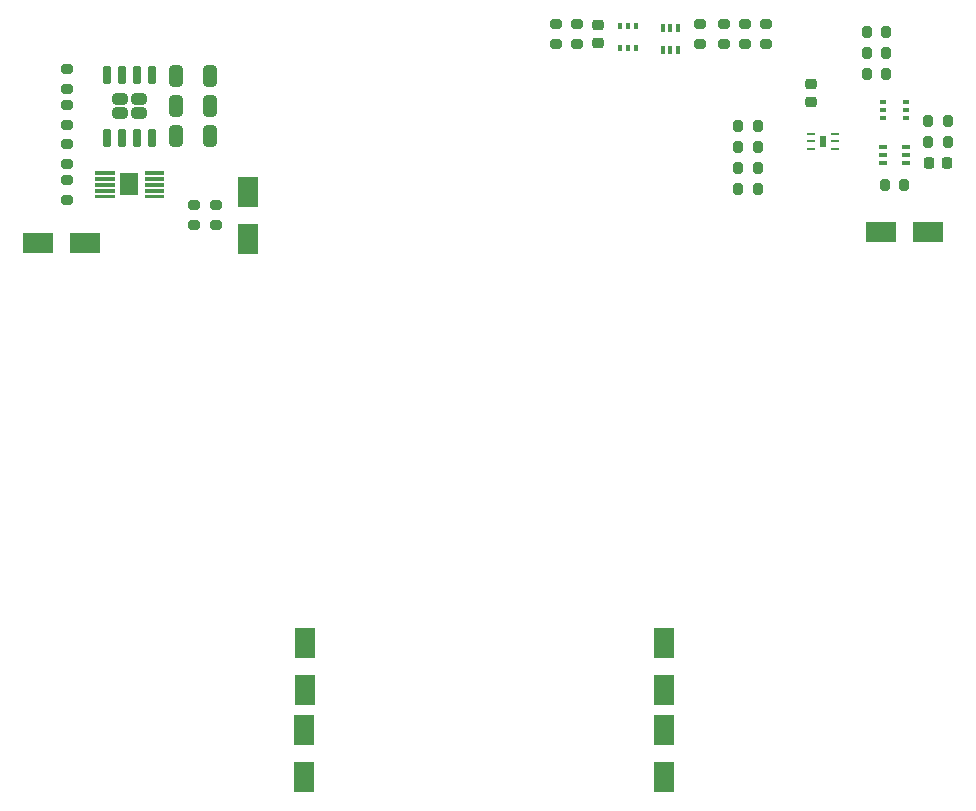
<source format=gbr>
%TF.GenerationSoftware,KiCad,Pcbnew,(6.0.5)*%
%TF.CreationDate,2022-08-19T15:51:03-07:00*%
%TF.ProjectId,X_Y_Panels,585f595f-5061-46e6-956c-732e6b696361,rev?*%
%TF.SameCoordinates,Original*%
%TF.FileFunction,Paste,Top*%
%TF.FilePolarity,Positive*%
%FSLAX46Y46*%
G04 Gerber Fmt 4.6, Leading zero omitted, Abs format (unit mm)*
G04 Created by KiCad (PCBNEW (6.0.5)) date 2022-08-19 15:51:03*
%MOMM*%
%LPD*%
G01*
G04 APERTURE LIST*
G04 Aperture macros list*
%AMRoundRect*
0 Rectangle with rounded corners*
0 $1 Rounding radius*
0 $2 $3 $4 $5 $6 $7 $8 $9 X,Y pos of 4 corners*
0 Add a 4 corners polygon primitive as box body*
4,1,4,$2,$3,$4,$5,$6,$7,$8,$9,$2,$3,0*
0 Add four circle primitives for the rounded corners*
1,1,$1+$1,$2,$3*
1,1,$1+$1,$4,$5*
1,1,$1+$1,$6,$7*
1,1,$1+$1,$8,$9*
0 Add four rect primitives between the rounded corners*
20,1,$1+$1,$2,$3,$4,$5,0*
20,1,$1+$1,$4,$5,$6,$7,0*
20,1,$1+$1,$6,$7,$8,$9,0*
20,1,$1+$1,$8,$9,$2,$3,0*%
G04 Aperture macros list end*
%ADD10C,0.010000*%
%ADD11RoundRect,0.200000X-0.200000X-0.275000X0.200000X-0.275000X0.200000X0.275000X-0.200000X0.275000X0*%
%ADD12RoundRect,0.200000X0.200000X0.275000X-0.200000X0.275000X-0.200000X-0.275000X0.200000X-0.275000X0*%
%ADD13RoundRect,0.200000X0.275000X-0.200000X0.275000X0.200000X-0.275000X0.200000X-0.275000X-0.200000X0*%
%ADD14RoundRect,0.225000X0.250000X-0.225000X0.250000X0.225000X-0.250000X0.225000X-0.250000X-0.225000X0*%
%ADD15R,0.740000X0.270000*%
%ADD16RoundRect,0.200000X-0.275000X0.200000X-0.275000X-0.200000X0.275000X-0.200000X0.275000X0.200000X0*%
%ADD17RoundRect,0.250000X0.325000X0.650000X-0.325000X0.650000X-0.325000X-0.650000X0.325000X-0.650000X0*%
%ADD18RoundRect,0.250000X-0.325000X-0.650000X0.325000X-0.650000X0.325000X0.650000X-0.325000X0.650000X0*%
%ADD19R,0.600000X0.400000*%
%ADD20RoundRect,0.242500X0.402500X-0.242500X0.402500X0.242500X-0.402500X0.242500X-0.402500X-0.242500X0*%
%ADD21RoundRect,0.150000X0.150000X-0.650000X0.150000X0.650000X-0.150000X0.650000X-0.150000X-0.650000X0*%
%ADD22R,2.500000X1.700000*%
%ADD23R,1.700000X2.500000*%
%ADD24RoundRect,0.225000X-0.225000X-0.250000X0.225000X-0.250000X0.225000X0.250000X-0.225000X0.250000X0*%
%ADD25R,1.570000X1.880000*%
%ADD26R,0.650000X0.400000*%
%ADD27R,0.400000X0.650000*%
%ADD28R,0.400000X0.600000*%
G04 APERTURE END LIST*
%TO.C,U3*%
G36*
X171074000Y-54794000D02*
G01*
X170654000Y-54794000D01*
X170654000Y-53934000D01*
X171074000Y-53934000D01*
X171074000Y-54794000D01*
G37*
D10*
X171074000Y-54794000D02*
X170654000Y-54794000D01*
X170654000Y-53934000D01*
X171074000Y-53934000D01*
X171074000Y-54794000D01*
%TO.C,U1*%
G36*
X110801000Y-58130000D02*
G01*
X109251000Y-58130000D01*
X109251000Y-57880000D01*
X110801000Y-57880000D01*
X110801000Y-58130000D01*
G37*
X110801000Y-58130000D02*
X109251000Y-58130000D01*
X109251000Y-57880000D01*
X110801000Y-57880000D01*
X110801000Y-58130000D01*
G36*
X115001000Y-57630000D02*
G01*
X113451000Y-57630000D01*
X113451000Y-57380000D01*
X115001000Y-57380000D01*
X115001000Y-57630000D01*
G37*
X115001000Y-57630000D02*
X113451000Y-57630000D01*
X113451000Y-57380000D01*
X115001000Y-57380000D01*
X115001000Y-57630000D01*
G36*
X115001000Y-57130000D02*
G01*
X113451000Y-57130000D01*
X113451000Y-56880000D01*
X115001000Y-56880000D01*
X115001000Y-57130000D01*
G37*
X115001000Y-57130000D02*
X113451000Y-57130000D01*
X113451000Y-56880000D01*
X115001000Y-56880000D01*
X115001000Y-57130000D01*
G36*
X110801000Y-58630000D02*
G01*
X109251000Y-58630000D01*
X109251000Y-58380000D01*
X110801000Y-58380000D01*
X110801000Y-58630000D01*
G37*
X110801000Y-58630000D02*
X109251000Y-58630000D01*
X109251000Y-58380000D01*
X110801000Y-58380000D01*
X110801000Y-58630000D01*
G36*
X115001000Y-59130000D02*
G01*
X113451000Y-59130000D01*
X113451000Y-58880000D01*
X115001000Y-58880000D01*
X115001000Y-59130000D01*
G37*
X115001000Y-59130000D02*
X113451000Y-59130000D01*
X113451000Y-58880000D01*
X115001000Y-58880000D01*
X115001000Y-59130000D01*
G36*
X115001000Y-58630000D02*
G01*
X113451000Y-58630000D01*
X113451000Y-58380000D01*
X115001000Y-58380000D01*
X115001000Y-58630000D01*
G37*
X115001000Y-58630000D02*
X113451000Y-58630000D01*
X113451000Y-58380000D01*
X115001000Y-58380000D01*
X115001000Y-58630000D01*
G36*
X115001000Y-58130000D02*
G01*
X113451000Y-58130000D01*
X113451000Y-57880000D01*
X115001000Y-57880000D01*
X115001000Y-58130000D01*
G37*
X115001000Y-58130000D02*
X113451000Y-58130000D01*
X113451000Y-57880000D01*
X115001000Y-57880000D01*
X115001000Y-58130000D01*
G36*
X110801000Y-57130000D02*
G01*
X109251000Y-57130000D01*
X109251000Y-56880000D01*
X110801000Y-56880000D01*
X110801000Y-57130000D01*
G37*
X110801000Y-57130000D02*
X109251000Y-57130000D01*
X109251000Y-56880000D01*
X110801000Y-56880000D01*
X110801000Y-57130000D01*
G36*
X110801000Y-57630000D02*
G01*
X109251000Y-57630000D01*
X109251000Y-57380000D01*
X110801000Y-57380000D01*
X110801000Y-57630000D01*
G37*
X110801000Y-57630000D02*
X109251000Y-57630000D01*
X109251000Y-57380000D01*
X110801000Y-57380000D01*
X110801000Y-57630000D01*
G36*
X110801000Y-59130000D02*
G01*
X109251000Y-59130000D01*
X109251000Y-58880000D01*
X110801000Y-58880000D01*
X110801000Y-59130000D01*
G37*
X110801000Y-59130000D02*
X109251000Y-59130000D01*
X109251000Y-58880000D01*
X110801000Y-58880000D01*
X110801000Y-59130000D01*
%TD*%
D11*
%TO.C,R14*%
X174581000Y-46876000D03*
X176231000Y-46876000D03*
%TD*%
D12*
%TO.C,R20*%
X165339000Y-56650000D03*
X163689000Y-56650000D03*
%TD*%
D13*
%TO.C,R11*%
X106881000Y-49923000D03*
X106881000Y-48273000D03*
%TD*%
D14*
%TO.C,C6*%
X169848000Y-51075000D03*
X169848000Y-49525000D03*
%TD*%
D15*
%TO.C,U3*%
X169869000Y-53714000D03*
X169869000Y-54364000D03*
X169869000Y-55014000D03*
X171859000Y-55014000D03*
X171859000Y-54364000D03*
X171859000Y-53714000D03*
%TD*%
D16*
%TO.C,R4*%
X166038000Y-44458000D03*
X166038000Y-46108000D03*
%TD*%
D17*
%TO.C,C5*%
X119006000Y-48848000D03*
X116056000Y-48848000D03*
%TD*%
D18*
%TO.C,C3*%
X116056000Y-53923000D03*
X119006000Y-53923000D03*
%TD*%
D19*
%TO.C,Q3*%
X177881000Y-52373000D03*
X177881000Y-51723000D03*
X177881000Y-51073000D03*
X175981000Y-51073000D03*
X175981000Y-51723000D03*
X175981000Y-52373000D03*
%TD*%
D12*
%TO.C,R12*%
X176231000Y-45098000D03*
X174581000Y-45098000D03*
%TD*%
D13*
%TO.C,R5*%
X150036000Y-46108000D03*
X150036000Y-44458000D03*
%TD*%
D20*
%TO.C,U2*%
X112926000Y-50801000D03*
X111326000Y-50801000D03*
X112926000Y-52001000D03*
X111326000Y-52001000D03*
D21*
X110221000Y-54051000D03*
X111491000Y-54051000D03*
X112761000Y-54051000D03*
X114031000Y-54051000D03*
X114031000Y-48751000D03*
X112761000Y-48751000D03*
X111491000Y-48751000D03*
X110221000Y-48751000D03*
%TD*%
D13*
%TO.C,R3*%
X164260000Y-46108000D03*
X164260000Y-44458000D03*
%TD*%
D22*
%TO.C,D6*%
X175786000Y-62058000D03*
X179786000Y-62058000D03*
%TD*%
D23*
%TO.C,D1*%
X157402000Y-100848000D03*
X157402000Y-96848000D03*
%TD*%
D13*
%TO.C,R10*%
X106881000Y-52971000D03*
X106881000Y-51321000D03*
%TD*%
D24*
%TO.C,C2*%
X179831000Y-56176000D03*
X181381000Y-56176000D03*
%TD*%
D25*
%TO.C,U1*%
X112126000Y-58005000D03*
%TD*%
D18*
%TO.C,C4*%
X116056000Y-51383000D03*
X119006000Y-51383000D03*
%TD*%
D22*
%TO.C,D2*%
X108406000Y-62973000D03*
X104406000Y-62973000D03*
%TD*%
D11*
%TO.C,R22*%
X163689000Y-53094000D03*
X165339000Y-53094000D03*
%TD*%
%TO.C,R7*%
X179778000Y-52617000D03*
X181428000Y-52617000D03*
%TD*%
D14*
%TO.C,C1*%
X151814000Y-46058000D03*
X151814000Y-44508000D03*
%TD*%
D16*
%TO.C,R8*%
X106881000Y-54623000D03*
X106881000Y-56273000D03*
%TD*%
D23*
%TO.C,D3*%
X126976000Y-96848000D03*
X126976000Y-100848000D03*
%TD*%
D12*
%TO.C,R13*%
X177756000Y-58073000D03*
X176106000Y-58073000D03*
%TD*%
D16*
%TO.C,R17*%
X117656000Y-59773000D03*
X117656000Y-61423000D03*
%TD*%
D26*
%TO.C,Q4*%
X177881000Y-56183000D03*
X177881000Y-55533000D03*
X177881000Y-54883000D03*
X175981000Y-54883000D03*
X175981000Y-55533000D03*
X175981000Y-56183000D03*
%TD*%
D16*
%TO.C,R9*%
X106881000Y-57671000D03*
X106881000Y-59321000D03*
%TD*%
D11*
%TO.C,R16*%
X179781000Y-54398000D03*
X181431000Y-54398000D03*
%TD*%
D27*
%TO.C,Q2*%
X158581000Y-44748000D03*
X157931000Y-44748000D03*
X157281000Y-44748000D03*
X157281000Y-46648000D03*
X157931000Y-46648000D03*
X158581000Y-46648000D03*
%TD*%
D28*
%TO.C,Q1*%
X153704000Y-46498000D03*
X154354000Y-46498000D03*
X155004000Y-46498000D03*
X155004000Y-44598000D03*
X154354000Y-44598000D03*
X153704000Y-44598000D03*
%TD*%
D12*
%TO.C,R15*%
X176231000Y-48654000D03*
X174581000Y-48654000D03*
%TD*%
D13*
%TO.C,R2*%
X160450000Y-46108000D03*
X160450000Y-44458000D03*
%TD*%
D12*
%TO.C,R21*%
X165339000Y-58428000D03*
X163689000Y-58428000D03*
%TD*%
D13*
%TO.C,R6*%
X148256000Y-46098000D03*
X148256000Y-44448000D03*
%TD*%
D23*
%TO.C,D7*%
X157402000Y-108188000D03*
X157402000Y-104188000D03*
%TD*%
%TO.C,D4*%
X126956000Y-104188000D03*
X126956000Y-108188000D03*
%TD*%
D11*
%TO.C,R19*%
X163689000Y-54872000D03*
X165339000Y-54872000D03*
%TD*%
D16*
%TO.C,R1*%
X162482000Y-44458000D03*
X162482000Y-46108000D03*
%TD*%
%TO.C,R18*%
X119456000Y-59773000D03*
X119456000Y-61423000D03*
%TD*%
D23*
%TO.C,D5*%
X122216000Y-62628000D03*
X122216000Y-58628000D03*
%TD*%
M02*

</source>
